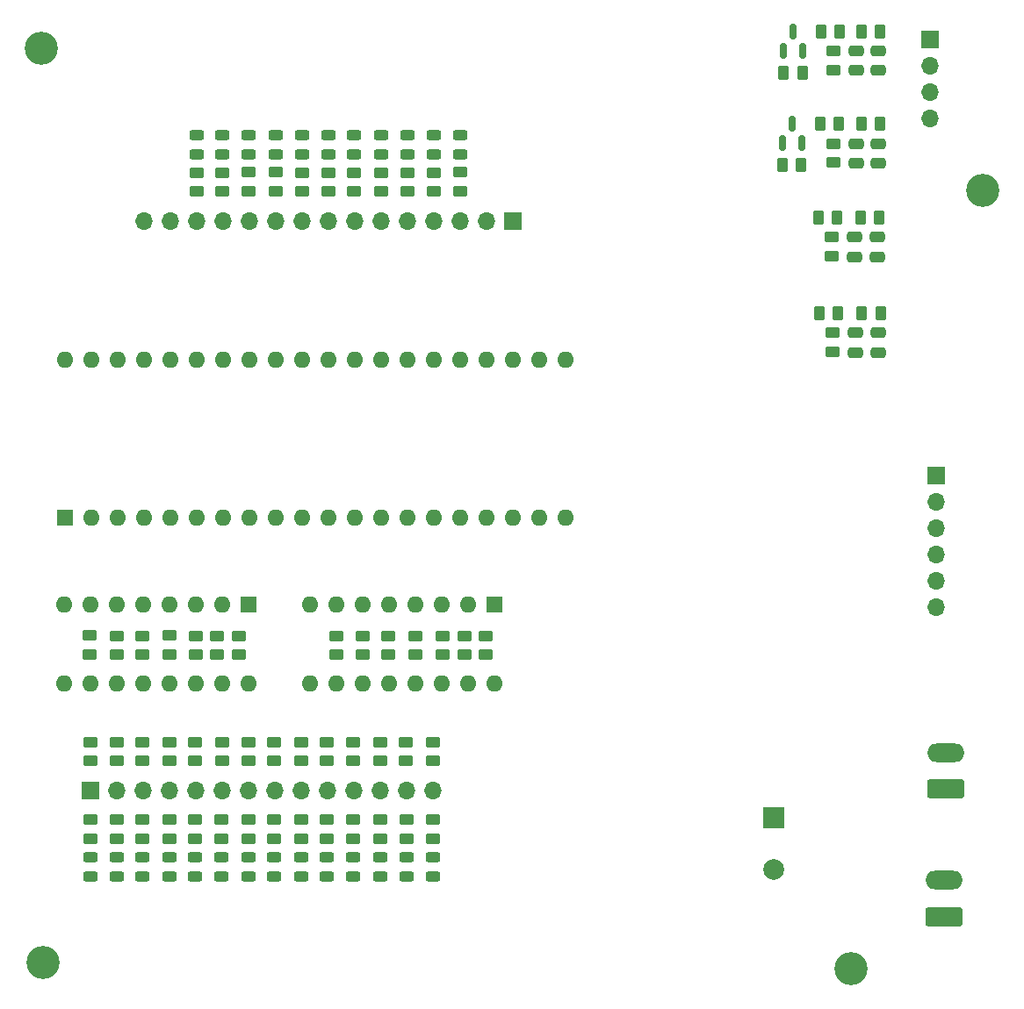
<source format=gts>
%TF.GenerationSoftware,KiCad,Pcbnew,8.0.6*%
%TF.CreationDate,2024-12-03T08:55:31+01:00*%
%TF.ProjectId,PCB_Tester,5043425f-5465-4737-9465-722e6b696361,rev?*%
%TF.SameCoordinates,Original*%
%TF.FileFunction,Soldermask,Top*%
%TF.FilePolarity,Negative*%
%FSLAX46Y46*%
G04 Gerber Fmt 4.6, Leading zero omitted, Abs format (unit mm)*
G04 Created by KiCad (PCBNEW 8.0.6) date 2024-12-03 08:55:31*
%MOMM*%
%LPD*%
G01*
G04 APERTURE LIST*
G04 Aperture macros list*
%AMRoundRect*
0 Rectangle with rounded corners*
0 $1 Rounding radius*
0 $2 $3 $4 $5 $6 $7 $8 $9 X,Y pos of 4 corners*
0 Add a 4 corners polygon primitive as box body*
4,1,4,$2,$3,$4,$5,$6,$7,$8,$9,$2,$3,0*
0 Add four circle primitives for the rounded corners*
1,1,$1+$1,$2,$3*
1,1,$1+$1,$4,$5*
1,1,$1+$1,$6,$7*
1,1,$1+$1,$8,$9*
0 Add four rect primitives between the rounded corners*
20,1,$1+$1,$2,$3,$4,$5,0*
20,1,$1+$1,$4,$5,$6,$7,0*
20,1,$1+$1,$6,$7,$8,$9,0*
20,1,$1+$1,$8,$9,$2,$3,0*%
G04 Aperture macros list end*
%ADD10C,3.200000*%
%ADD11RoundRect,0.250000X-0.450000X0.262500X-0.450000X-0.262500X0.450000X-0.262500X0.450000X0.262500X0*%
%ADD12RoundRect,0.250000X0.450000X-0.262500X0.450000X0.262500X-0.450000X0.262500X-0.450000X-0.262500X0*%
%ADD13RoundRect,0.243750X-0.456250X0.243750X-0.456250X-0.243750X0.456250X-0.243750X0.456250X0.243750X0*%
%ADD14RoundRect,0.250000X0.262500X0.450000X-0.262500X0.450000X-0.262500X-0.450000X0.262500X-0.450000X0*%
%ADD15RoundRect,0.250000X1.550000X-0.650000X1.550000X0.650000X-1.550000X0.650000X-1.550000X-0.650000X0*%
%ADD16O,3.600000X1.800000*%
%ADD17RoundRect,0.243750X0.456250X-0.243750X0.456250X0.243750X-0.456250X0.243750X-0.456250X-0.243750X0*%
%ADD18R,1.700000X1.700000*%
%ADD19O,1.700000X1.700000*%
%ADD20RoundRect,0.250000X-0.475000X0.250000X-0.475000X-0.250000X0.475000X-0.250000X0.475000X0.250000X0*%
%ADD21R,2.000000X2.000000*%
%ADD22C,2.000000*%
%ADD23R,1.600000X1.600000*%
%ADD24O,1.600000X1.600000*%
%ADD25RoundRect,0.150000X0.150000X-0.587500X0.150000X0.587500X-0.150000X0.587500X-0.150000X-0.587500X0*%
G04 APERTURE END LIST*
D10*
%TO.C,H4*%
X172300000Y-135000000D03*
%TD*%
%TO.C,H3*%
X185000000Y-59900000D03*
%TD*%
%TO.C,H2*%
X94400000Y-134400000D03*
%TD*%
%TO.C,H1*%
X94200000Y-46200000D03*
%TD*%
D11*
%TO.C,R27*%
X129480000Y-120660000D03*
X129480000Y-122485000D03*
%TD*%
D12*
%TO.C,R49*%
X119400000Y-60025000D03*
X119400000Y-58200000D03*
%TD*%
D13*
%TO.C,D8*%
X116680000Y-124235000D03*
X116680000Y-126110000D03*
%TD*%
%TO.C,D11*%
X124280000Y-124235000D03*
X124280000Y-126110000D03*
%TD*%
D14*
%TO.C,R29*%
X171112500Y-53500000D03*
X169287500Y-53500000D03*
%TD*%
D12*
%TO.C,R45*%
X129500000Y-60025000D03*
X129500000Y-58200000D03*
%TD*%
D11*
%TO.C,R20*%
X111580000Y-120647500D03*
X111580000Y-122472500D03*
%TD*%
%TO.C,R5*%
X109080000Y-113147500D03*
X109080000Y-114972500D03*
%TD*%
D15*
%TO.C,J4*%
X181400000Y-117700000D03*
D16*
X181400000Y-114200000D03*
%TD*%
D11*
%TO.C,R1*%
X98980000Y-113172500D03*
X98980000Y-114997500D03*
%TD*%
D17*
%TO.C,D17*%
X129500000Y-56475000D03*
X129500000Y-54600000D03*
%TD*%
D18*
%TO.C,J2*%
X139700000Y-62900000D03*
D19*
X137160000Y-62900000D03*
X134620000Y-62900000D03*
X132080000Y-62900000D03*
X129540000Y-62900000D03*
X127000000Y-62900000D03*
X124460000Y-62900000D03*
X121920000Y-62900000D03*
X119380000Y-62900000D03*
X116840000Y-62900000D03*
X114300000Y-62900000D03*
X111760000Y-62900000D03*
X109220000Y-62900000D03*
X106680000Y-62900000D03*
X104140000Y-62900000D03*
%TD*%
D11*
%TO.C,R57*%
X106600000Y-102875000D03*
X106600000Y-104700000D03*
%TD*%
D20*
%TO.C,C6*%
X174900000Y-55400000D03*
X174900000Y-57300000D03*
%TD*%
D14*
%TO.C,R43*%
X167500000Y-57500000D03*
X165675000Y-57500000D03*
%TD*%
D13*
%TO.C,D2*%
X101480000Y-124235000D03*
X101480000Y-126110000D03*
%TD*%
D20*
%TO.C,C5*%
X172800000Y-55400000D03*
X172800000Y-57300000D03*
%TD*%
D11*
%TO.C,R25*%
X124280000Y-120660000D03*
X124280000Y-122485000D03*
%TD*%
D13*
%TO.C,D13*%
X129480000Y-124235000D03*
X129480000Y-126110000D03*
%TD*%
D11*
%TO.C,R55*%
X101500000Y-102900000D03*
X101500000Y-104725000D03*
%TD*%
D12*
%TO.C,R46*%
X127000000Y-60025000D03*
X127000000Y-58200000D03*
%TD*%
D11*
%TO.C,R8*%
X116680000Y-113172500D03*
X116680000Y-114997500D03*
%TD*%
D17*
%TO.C,D19*%
X124400000Y-56475000D03*
X124400000Y-54600000D03*
%TD*%
D11*
%TO.C,R54*%
X98900000Y-102875000D03*
X98900000Y-104700000D03*
%TD*%
D20*
%TO.C,C1*%
X172625000Y-64425000D03*
X172625000Y-66325000D03*
%TD*%
D13*
%TO.C,D7*%
X114180000Y-124235000D03*
X114180000Y-126110000D03*
%TD*%
D20*
%TO.C,C4*%
X174925000Y-73675000D03*
X174925000Y-75575000D03*
%TD*%
D12*
%TO.C,R47*%
X124400000Y-60025000D03*
X124400000Y-58200000D03*
%TD*%
D11*
%TO.C,R26*%
X126880000Y-120660000D03*
X126880000Y-122485000D03*
%TD*%
D13*
%TO.C,D5*%
X109080000Y-124235000D03*
X109080000Y-126110000D03*
%TD*%
D11*
%TO.C,R17*%
X103980000Y-120660000D03*
X103980000Y-122485000D03*
%TD*%
D14*
%TO.C,R42*%
X175137500Y-71775000D03*
X173312500Y-71775000D03*
%TD*%
D11*
%TO.C,R63*%
X127700000Y-102900000D03*
X127700000Y-104725000D03*
%TD*%
D18*
%TO.C,J6*%
X180500000Y-87400000D03*
D19*
X180500000Y-89940000D03*
X180500000Y-92480000D03*
X180500000Y-95020000D03*
X180500000Y-97560000D03*
X180500000Y-100100000D03*
%TD*%
D11*
%TO.C,R36*%
X170600000Y-46475000D03*
X170600000Y-48300000D03*
%TD*%
D18*
%TO.C,J1*%
X98940000Y-117872500D03*
D19*
X101480000Y-117872500D03*
X104020000Y-117872500D03*
X106560000Y-117872500D03*
X109100000Y-117872500D03*
X111640000Y-117872500D03*
X114180000Y-117872500D03*
X116720000Y-117872500D03*
X119260000Y-117872500D03*
X121800000Y-117872500D03*
X124340000Y-117872500D03*
X126880000Y-117872500D03*
X129420000Y-117872500D03*
X131960000Y-117872500D03*
%TD*%
D11*
%TO.C,R12*%
X126880000Y-113147500D03*
X126880000Y-114972500D03*
%TD*%
%TO.C,R10*%
X121780000Y-113160000D03*
X121780000Y-114985000D03*
%TD*%
%TO.C,R67*%
X137100000Y-102900000D03*
X137100000Y-104725000D03*
%TD*%
D14*
%TO.C,R37*%
X175100000Y-44575000D03*
X173275000Y-44575000D03*
%TD*%
D11*
%TO.C,R28*%
X131980000Y-120647500D03*
X131980000Y-122472500D03*
%TD*%
%TO.C,R19*%
X109080000Y-120647500D03*
X109080000Y-122472500D03*
%TD*%
D21*
%TO.C,C9*%
X164800000Y-120432323D03*
D22*
X164800000Y-125432323D03*
%TD*%
D11*
%TO.C,R58*%
X109100000Y-102900000D03*
X109100000Y-104725000D03*
%TD*%
D17*
%TO.C,D20*%
X121900000Y-56437500D03*
X121900000Y-54562500D03*
%TD*%
D23*
%TO.C,U3*%
X96540000Y-91500000D03*
D24*
X99080000Y-91500000D03*
X101620000Y-91500000D03*
X104160000Y-91500000D03*
X106700000Y-91500000D03*
X109240000Y-91500000D03*
X111780000Y-91500000D03*
X114320000Y-91500000D03*
X116860000Y-91500000D03*
X119400000Y-91500000D03*
X121940000Y-91500000D03*
X124480000Y-91500000D03*
X127020000Y-91500000D03*
X129560000Y-91500000D03*
X132100000Y-91500000D03*
X134640000Y-91500000D03*
X137180000Y-91500000D03*
X139720000Y-91500000D03*
X142260000Y-91500000D03*
X144800000Y-91500000D03*
X144800000Y-76260000D03*
X142260000Y-76260000D03*
X139720000Y-76260000D03*
X137180000Y-76260000D03*
X134640000Y-76260000D03*
X132100000Y-76260000D03*
X129560000Y-76260000D03*
X127020000Y-76260000D03*
X124480000Y-76260000D03*
X121940000Y-76260000D03*
X119400000Y-76260000D03*
X116860000Y-76260000D03*
X114320000Y-76260000D03*
X111780000Y-76260000D03*
X109240000Y-76260000D03*
X106700000Y-76260000D03*
X104160000Y-76260000D03*
X101620000Y-76260000D03*
X99080000Y-76260000D03*
X96540000Y-76260000D03*
%TD*%
D13*
%TO.C,D9*%
X119280000Y-124235000D03*
X119280000Y-126110000D03*
%TD*%
%TO.C,D6*%
X111580000Y-124235000D03*
X111580000Y-126110000D03*
%TD*%
D11*
%TO.C,R15*%
X98980000Y-120660000D03*
X98980000Y-122485000D03*
%TD*%
D12*
%TO.C,R39*%
X132100000Y-60025000D03*
X132100000Y-58200000D03*
%TD*%
D13*
%TO.C,D10*%
X121780000Y-124235000D03*
X121780000Y-126110000D03*
%TD*%
D23*
%TO.C,U2*%
X137900000Y-99880000D03*
D24*
X135360000Y-99880000D03*
X132820000Y-99880000D03*
X130280000Y-99880000D03*
X127740000Y-99880000D03*
X125200000Y-99880000D03*
X122660000Y-99880000D03*
X120120000Y-99880000D03*
X120120000Y-107500000D03*
X122660000Y-107500000D03*
X125200000Y-107500000D03*
X127740000Y-107500000D03*
X130280000Y-107500000D03*
X132820000Y-107500000D03*
X135360000Y-107500000D03*
X137900000Y-107500000D03*
%TD*%
D11*
%TO.C,R61*%
X122700000Y-102900000D03*
X122700000Y-104725000D03*
%TD*%
D15*
%TO.C,J5*%
X181300000Y-130000000D03*
D16*
X181300000Y-126500000D03*
%TD*%
D11*
%TO.C,R9*%
X119280000Y-113160000D03*
X119280000Y-114985000D03*
%TD*%
%TO.C,R7*%
X114180000Y-113147500D03*
X114180000Y-114972500D03*
%TD*%
D13*
%TO.C,D3*%
X103980000Y-124235000D03*
X103980000Y-126110000D03*
%TD*%
D11*
%TO.C,R56*%
X104000000Y-102900000D03*
X104000000Y-104725000D03*
%TD*%
%TO.C,R59*%
X111200000Y-102900000D03*
X111200000Y-104725000D03*
%TD*%
D20*
%TO.C,C8*%
X174900000Y-46425000D03*
X174900000Y-48325000D03*
%TD*%
D17*
%TO.C,D21*%
X119400000Y-56475000D03*
X119400000Y-54600000D03*
%TD*%
D12*
%TO.C,R50*%
X116800000Y-60012500D03*
X116800000Y-58187500D03*
%TD*%
D11*
%TO.C,R60*%
X113300000Y-102900000D03*
X113300000Y-104725000D03*
%TD*%
%TO.C,R64*%
X130300000Y-102900000D03*
X130300000Y-104725000D03*
%TD*%
D12*
%TO.C,R51*%
X114200000Y-60012500D03*
X114200000Y-58187500D03*
%TD*%
%TO.C,R48*%
X121900000Y-60025000D03*
X121900000Y-58200000D03*
%TD*%
D14*
%TO.C,R35*%
X171200000Y-44575000D03*
X169375000Y-44575000D03*
%TD*%
%TO.C,R44*%
X167612500Y-48600000D03*
X165787500Y-48600000D03*
%TD*%
D13*
%TO.C,D4*%
X106580000Y-124235000D03*
X106580000Y-126110000D03*
%TD*%
D11*
%TO.C,R23*%
X119280000Y-120672500D03*
X119280000Y-122497500D03*
%TD*%
%TO.C,R62*%
X125200000Y-102900000D03*
X125200000Y-104725000D03*
%TD*%
D18*
%TO.C,J3*%
X179900000Y-45400000D03*
D19*
X179900000Y-47940000D03*
X179900000Y-50480000D03*
X179900000Y-53020000D03*
%TD*%
D12*
%TO.C,R53*%
X109200000Y-60025000D03*
X109200000Y-58200000D03*
%TD*%
D14*
%TO.C,R40*%
X171050000Y-71775000D03*
X169225000Y-71775000D03*
%TD*%
D17*
%TO.C,D16*%
X132100000Y-56475000D03*
X132100000Y-54600000D03*
%TD*%
%TO.C,D23*%
X114200000Y-56437500D03*
X114200000Y-54562500D03*
%TD*%
D23*
%TO.C,U1*%
X114180000Y-99860000D03*
D24*
X111640000Y-99860000D03*
X109100000Y-99860000D03*
X106560000Y-99860000D03*
X104020000Y-99860000D03*
X101480000Y-99860000D03*
X98940000Y-99860000D03*
X96400000Y-99860000D03*
X96400000Y-107480000D03*
X98940000Y-107480000D03*
X101480000Y-107480000D03*
X104020000Y-107480000D03*
X106560000Y-107480000D03*
X109100000Y-107480000D03*
X111640000Y-107480000D03*
X114180000Y-107480000D03*
%TD*%
D13*
%TO.C,D14*%
X131980000Y-124235000D03*
X131980000Y-126110000D03*
%TD*%
D11*
%TO.C,R66*%
X135000000Y-102900000D03*
X135000000Y-104725000D03*
%TD*%
%TO.C,R16*%
X101480000Y-120660000D03*
X101480000Y-122485000D03*
%TD*%
%TO.C,R30*%
X170600000Y-55400000D03*
X170600000Y-57225000D03*
%TD*%
D20*
%TO.C,C3*%
X172725000Y-73675000D03*
X172725000Y-75575000D03*
%TD*%
D13*
%TO.C,D12*%
X126880000Y-124235000D03*
X126880000Y-126110000D03*
%TD*%
D25*
%TO.C,Q1*%
X165650000Y-55375000D03*
X167550000Y-55375000D03*
X166600000Y-53500000D03*
%TD*%
D17*
%TO.C,D25*%
X109200000Y-56437500D03*
X109200000Y-54562500D03*
%TD*%
%TO.C,D24*%
X111700000Y-56475000D03*
X111700000Y-54600000D03*
%TD*%
D11*
%TO.C,R2*%
X101480000Y-113160000D03*
X101480000Y-114985000D03*
%TD*%
D17*
%TO.C,D18*%
X127000000Y-56475000D03*
X127000000Y-54600000D03*
%TD*%
D14*
%TO.C,R34*%
X175112500Y-53500000D03*
X173287500Y-53500000D03*
%TD*%
D20*
%TO.C,C2*%
X174825000Y-64425000D03*
X174825000Y-66325000D03*
%TD*%
%TO.C,C7*%
X172800000Y-46425000D03*
X172800000Y-48325000D03*
%TD*%
D11*
%TO.C,R13*%
X129380000Y-113160000D03*
X129380000Y-114985000D03*
%TD*%
%TO.C,R3*%
X103980000Y-113172500D03*
X103980000Y-114997500D03*
%TD*%
%TO.C,R21*%
X114180000Y-120647500D03*
X114180000Y-122472500D03*
%TD*%
%TO.C,R6*%
X111680000Y-113147500D03*
X111680000Y-114972500D03*
%TD*%
D14*
%TO.C,R33*%
X175025000Y-62575000D03*
X173200000Y-62575000D03*
%TD*%
D11*
%TO.C,R18*%
X106580000Y-120647500D03*
X106580000Y-122472500D03*
%TD*%
%TO.C,R32*%
X170425000Y-64450000D03*
X170425000Y-66275000D03*
%TD*%
D12*
%TO.C,R52*%
X111700000Y-60025000D03*
X111700000Y-58200000D03*
%TD*%
D17*
%TO.C,D22*%
X116800000Y-56437500D03*
X116800000Y-54562500D03*
%TD*%
%TO.C,D15*%
X134600000Y-56437500D03*
X134600000Y-54562500D03*
%TD*%
D11*
%TO.C,R14*%
X131980000Y-113147500D03*
X131980000Y-114972500D03*
%TD*%
%TO.C,R4*%
X106580000Y-113147500D03*
X106580000Y-114972500D03*
%TD*%
D13*
%TO.C,D1*%
X98980000Y-124235000D03*
X98980000Y-126110000D03*
%TD*%
D12*
%TO.C,R38*%
X134600000Y-60012500D03*
X134600000Y-58187500D03*
%TD*%
D11*
%TO.C,R65*%
X132900000Y-102900000D03*
X132900000Y-104725000D03*
%TD*%
%TO.C,R41*%
X170525000Y-73675000D03*
X170525000Y-75500000D03*
%TD*%
%TO.C,R22*%
X116680000Y-120647500D03*
X116680000Y-122472500D03*
%TD*%
D25*
%TO.C,Q2*%
X165750000Y-46475000D03*
X167650000Y-46475000D03*
X166700000Y-44600000D03*
%TD*%
D11*
%TO.C,R24*%
X121780000Y-120660000D03*
X121780000Y-122485000D03*
%TD*%
%TO.C,R11*%
X124280000Y-113160000D03*
X124280000Y-114985000D03*
%TD*%
D14*
%TO.C,R31*%
X170950000Y-62575000D03*
X169125000Y-62575000D03*
%TD*%
M02*

</source>
